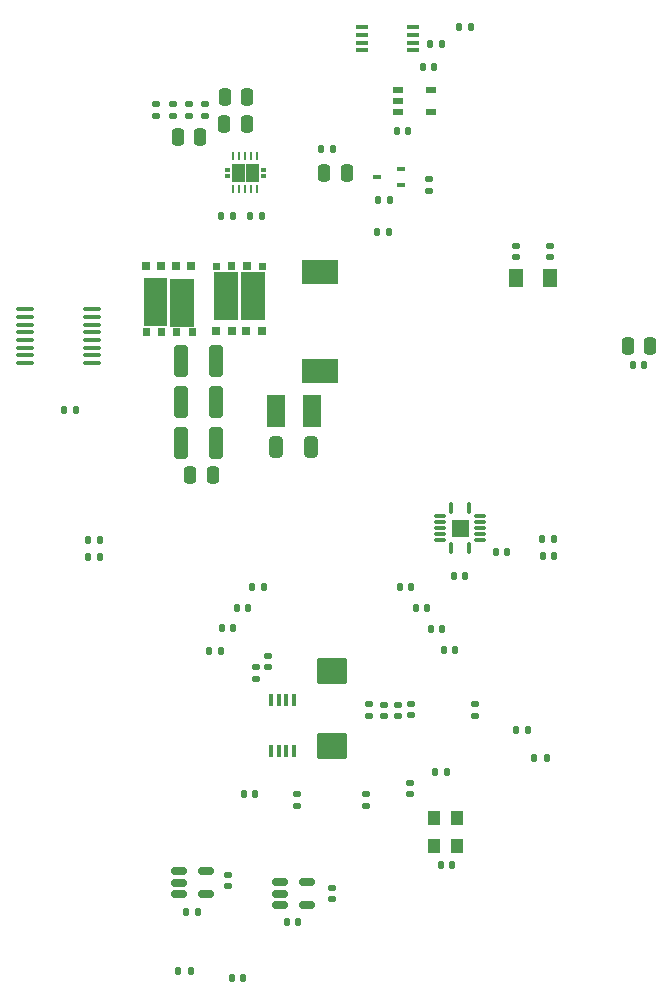
<source format=gbr>
%TF.GenerationSoftware,KiCad,Pcbnew,7.0.10*%
%TF.CreationDate,2024-02-17T13:35:58-05:00*%
%TF.ProjectId,bitaxeSupra,62697461-7865-4537-9570-72612e6b6963,rev?*%
%TF.SameCoordinates,Original*%
%TF.FileFunction,Paste,Top*%
%TF.FilePolarity,Positive*%
%FSLAX46Y46*%
G04 Gerber Fmt 4.6, Leading zero omitted, Abs format (unit mm)*
G04 Created by KiCad (PCBNEW 7.0.10) date 2024-02-17 13:35:58*
%MOMM*%
%LPD*%
G01*
G04 APERTURE LIST*
G04 Aperture macros list*
%AMRoundRect*
0 Rectangle with rounded corners*
0 $1 Rounding radius*
0 $2 $3 $4 $5 $6 $7 $8 $9 X,Y pos of 4 corners*
0 Add a 4 corners polygon primitive as box body*
4,1,4,$2,$3,$4,$5,$6,$7,$8,$9,$2,$3,0*
0 Add four circle primitives for the rounded corners*
1,1,$1+$1,$2,$3*
1,1,$1+$1,$4,$5*
1,1,$1+$1,$6,$7*
1,1,$1+$1,$8,$9*
0 Add four rect primitives between the rounded corners*
20,1,$1+$1,$2,$3,$4,$5,0*
20,1,$1+$1,$4,$5,$6,$7,0*
20,1,$1+$1,$6,$7,$8,$9,0*
20,1,$1+$1,$8,$9,$2,$3,0*%
G04 Aperture macros list end*
%ADD10C,0.010000*%
%ADD11C,0.001000*%
%ADD12RoundRect,0.250000X0.250000X0.475000X-0.250000X0.475000X-0.250000X-0.475000X0.250000X-0.475000X0*%
%ADD13RoundRect,0.100000X-0.637500X-0.100000X0.637500X-0.100000X0.637500X0.100000X-0.637500X0.100000X0*%
%ADD14RoundRect,0.135000X-0.185000X0.135000X-0.185000X-0.135000X0.185000X-0.135000X0.185000X0.135000X0*%
%ADD15RoundRect,0.140000X0.140000X0.170000X-0.140000X0.170000X-0.140000X-0.170000X0.140000X-0.170000X0*%
%ADD16R,0.700000X0.450000*%
%ADD17RoundRect,0.140000X-0.170000X0.140000X-0.170000X-0.140000X0.170000X-0.140000X0.170000X0.140000X0*%
%ADD18RoundRect,0.135000X0.135000X0.185000X-0.135000X0.185000X-0.135000X-0.185000X0.135000X-0.185000X0*%
%ADD19RoundRect,0.250000X-0.250000X-0.475000X0.250000X-0.475000X0.250000X0.475000X-0.250000X0.475000X0*%
%ADD20RoundRect,0.150000X-0.512500X-0.150000X0.512500X-0.150000X0.512500X0.150000X-0.512500X0.150000X0*%
%ADD21R,1.168400X1.600200*%
%ADD22RoundRect,0.140000X0.170000X-0.140000X0.170000X0.140000X-0.170000X0.140000X-0.170000X-0.140000X0*%
%ADD23RoundRect,0.140000X-0.140000X-0.170000X0.140000X-0.170000X0.140000X0.170000X-0.140000X0.170000X0*%
%ADD24R,1.100000X1.300000*%
%ADD25RoundRect,0.250000X-1.025000X0.875000X-1.025000X-0.875000X1.025000X-0.875000X1.025000X0.875000X0*%
%ADD26R,3.100000X2.000000*%
%ADD27RoundRect,0.135000X0.185000X-0.135000X0.185000X0.135000X-0.185000X0.135000X-0.185000X-0.135000X0*%
%ADD28R,0.400000X1.100000*%
%ADD29RoundRect,0.135000X-0.135000X-0.185000X0.135000X-0.185000X0.135000X0.185000X-0.135000X0.185000X0*%
%ADD30R,1.100000X0.400000*%
%ADD31R,0.700000X0.800000*%
%ADD32RoundRect,0.007800X-0.122200X0.442200X-0.122200X-0.442200X0.122200X-0.442200X0.122200X0.442200X0*%
%ADD33RoundRect,0.007800X-0.442200X-0.122200X0.442200X-0.122200X0.442200X0.122200X-0.442200X0.122200X0*%
%ADD34RoundRect,0.050000X-0.070000X0.250000X-0.070000X-0.250000X0.070000X-0.250000X0.070000X0.250000X0*%
%ADD35R,1.600000X2.700000*%
%ADD36RoundRect,0.250000X-0.325000X-1.100000X0.325000X-1.100000X0.325000X1.100000X-0.325000X1.100000X0*%
%ADD37RoundRect,0.250000X0.325000X0.650000X-0.325000X0.650000X-0.325000X-0.650000X0.325000X-0.650000X0*%
%ADD38R,0.952500X0.558800*%
G04 APERTURE END LIST*
%TO.C,Q2*%
D10*
X98591600Y-77590200D02*
X98061600Y-77580200D01*
X98061600Y-77020200D01*
X98591600Y-77020200D01*
X98591600Y-77590200D01*
G36*
X98591600Y-77590200D02*
G01*
X98061600Y-77580200D01*
X98061600Y-77020200D01*
X98591600Y-77020200D01*
X98591600Y-77590200D01*
G37*
X97291600Y-77590200D02*
X96761600Y-77580200D01*
X96761600Y-77020200D01*
X97291600Y-77020200D01*
X97291600Y-77590200D01*
G36*
X97291600Y-77590200D02*
G01*
X96761600Y-77580200D01*
X96761600Y-77020200D01*
X97291600Y-77020200D01*
X97291600Y-77590200D01*
G37*
X99881600Y-77610200D02*
X99351600Y-77600200D01*
X99351600Y-77040200D01*
X99881600Y-77040200D01*
X99881600Y-77610200D01*
G36*
X99881600Y-77610200D02*
G01*
X99351600Y-77600200D01*
X99351600Y-77040200D01*
X99881600Y-77040200D01*
X99881600Y-77610200D01*
G37*
X95991600Y-77610200D02*
X95461600Y-77600200D01*
X95461600Y-77040200D01*
X95991600Y-77040200D01*
X95991600Y-77610200D01*
G36*
X95991600Y-77610200D02*
G01*
X95461600Y-77600200D01*
X95461600Y-77040200D01*
X95991600Y-77040200D01*
X95991600Y-77610200D01*
G37*
X97521600Y-81790200D02*
X95601600Y-81790200D01*
X95601600Y-77810200D01*
X97521600Y-77810200D01*
X97521600Y-81790200D01*
G36*
X97521600Y-81790200D02*
G01*
X95601600Y-81790200D01*
X95601600Y-77810200D01*
X97521600Y-77810200D01*
X97521600Y-81790200D01*
G37*
X99801600Y-81800200D02*
X97881600Y-81800200D01*
X97881600Y-77820200D01*
X99801600Y-77820200D01*
X99801600Y-81800200D01*
G36*
X99801600Y-81800200D02*
G01*
X97881600Y-81800200D01*
X97881600Y-77820200D01*
X99801600Y-77820200D01*
X99801600Y-81800200D01*
G37*
%TO.C,U2*%
X117052000Y-100145000D02*
X115752000Y-100145000D01*
X115752000Y-98845000D01*
X117052000Y-98845000D01*
X117052000Y-100145000D01*
G36*
X117052000Y-100145000D02*
G01*
X115752000Y-100145000D01*
X115752000Y-98845000D01*
X117052000Y-98845000D01*
X117052000Y-100145000D01*
G37*
%TO.C,U9*%
D11*
X99901691Y-69297200D02*
X99531691Y-69297200D01*
X99531691Y-69047200D01*
X99901691Y-69047200D01*
X99901691Y-69297200D01*
G36*
X99901691Y-69297200D02*
G01*
X99531691Y-69297200D01*
X99531691Y-69047200D01*
X99901691Y-69047200D01*
X99901691Y-69297200D01*
G37*
X96871691Y-69297200D02*
X96501691Y-69297200D01*
X96501691Y-69047200D01*
X96871691Y-69047200D01*
X96871691Y-69297200D01*
G36*
X96871691Y-69297200D02*
G01*
X96501691Y-69297200D01*
X96501691Y-69047200D01*
X96871691Y-69047200D01*
X96871691Y-69297200D01*
G37*
X99901691Y-69797200D02*
X99531691Y-69797200D01*
X99531691Y-69547200D01*
X99901691Y-69547200D01*
X99901691Y-69797200D01*
G36*
X99901691Y-69797200D02*
G01*
X99531691Y-69797200D01*
X99531691Y-69547200D01*
X99901691Y-69547200D01*
X99901691Y-69797200D01*
G37*
X96871691Y-69797200D02*
X96501691Y-69797200D01*
X96501691Y-69547200D01*
X96871691Y-69547200D01*
X96871691Y-69797200D01*
G36*
X96871691Y-69797200D02*
G01*
X96501691Y-69797200D01*
X96501691Y-69547200D01*
X96871691Y-69547200D01*
X96871691Y-69797200D01*
G37*
X99311691Y-70132200D02*
X98301691Y-70132200D01*
X98301691Y-68682200D01*
X99311691Y-68682200D01*
X99311691Y-70132200D01*
G36*
X99311691Y-70132200D02*
G01*
X98301691Y-70132200D01*
X98301691Y-68682200D01*
X99311691Y-68682200D01*
X99311691Y-70132200D01*
G37*
X98091691Y-70132200D02*
X97081691Y-70132200D01*
X97081691Y-68682200D01*
X98091691Y-68682200D01*
X98091691Y-70132200D01*
G36*
X98091691Y-70132200D02*
G01*
X97081691Y-70132200D01*
X97081691Y-68682200D01*
X98091691Y-68682200D01*
X98091691Y-70132200D01*
G37*
%TO.C,Q1*%
D10*
X91339887Y-82596364D02*
X91339887Y-83156364D01*
X90809887Y-83156364D01*
X90809887Y-82586364D01*
X91339887Y-82596364D01*
G36*
X91339887Y-82596364D02*
G01*
X91339887Y-83156364D01*
X90809887Y-83156364D01*
X90809887Y-82586364D01*
X91339887Y-82596364D01*
G37*
X92639887Y-82596364D02*
X92639887Y-83156364D01*
X92109887Y-83156364D01*
X92109887Y-82586364D01*
X92639887Y-82596364D01*
G36*
X92639887Y-82596364D02*
G01*
X92639887Y-83156364D01*
X92109887Y-83156364D01*
X92109887Y-82586364D01*
X92639887Y-82596364D01*
G37*
X90049887Y-82576364D02*
X90049887Y-83136364D01*
X89519887Y-83136364D01*
X89519887Y-82566364D01*
X90049887Y-82576364D01*
G36*
X90049887Y-82576364D02*
G01*
X90049887Y-83136364D01*
X89519887Y-83136364D01*
X89519887Y-82566364D01*
X90049887Y-82576364D01*
G37*
X93939887Y-82576364D02*
X93939887Y-83136364D01*
X93409887Y-83136364D01*
X93409887Y-82566364D01*
X93939887Y-82576364D01*
G36*
X93939887Y-82576364D02*
G01*
X93939887Y-83136364D01*
X93409887Y-83136364D01*
X93409887Y-82566364D01*
X93939887Y-82576364D01*
G37*
X93799887Y-82366364D02*
X91879887Y-82366364D01*
X91879887Y-78386364D01*
X93799887Y-78386364D01*
X93799887Y-82366364D01*
G36*
X93799887Y-82366364D02*
G01*
X91879887Y-82366364D01*
X91879887Y-78386364D01*
X93799887Y-78386364D01*
X93799887Y-82366364D01*
G37*
X91519887Y-82356364D02*
X89599887Y-82356364D01*
X89599887Y-78376364D01*
X91519887Y-78376364D01*
X91519887Y-82356364D01*
G36*
X91519887Y-82356364D02*
G01*
X89599887Y-82356364D01*
X89599887Y-78376364D01*
X91519887Y-78376364D01*
X91519887Y-82356364D01*
G37*
%TD*%
D12*
%TO.C,C43*%
X106814000Y-69487000D03*
X104914000Y-69487000D03*
%TD*%
D13*
%TO.C,U8*%
X79540000Y-80990000D03*
X79540000Y-81640000D03*
X79540000Y-82290000D03*
X79540000Y-82940000D03*
X79540000Y-83590000D03*
X79540000Y-84240000D03*
X79540000Y-84890000D03*
X79540000Y-85540000D03*
X85265000Y-85540000D03*
X85265000Y-84890000D03*
X85265000Y-84240000D03*
X85265000Y-83590000D03*
X85265000Y-82940000D03*
X85265000Y-82290000D03*
X85265000Y-81640000D03*
X85265000Y-80990000D03*
%TD*%
D14*
%TO.C,R13*%
X90649600Y-63569000D03*
X90649600Y-64589000D03*
%TD*%
D15*
%TO.C,C12*%
X99760000Y-104470000D03*
X98800000Y-104470000D03*
%TD*%
D16*
%TO.C,Q4*%
X111370000Y-70430000D03*
X111370000Y-69130000D03*
X109370000Y-69780000D03*
%TD*%
D15*
%TO.C,C14*%
X99072000Y-122018000D03*
X98112000Y-122018000D03*
%TD*%
D12*
%TO.C,C41*%
X98355400Y-63005800D03*
X96455400Y-63005800D03*
%TD*%
D17*
%TO.C,C11*%
X111130400Y-114456400D03*
X111130400Y-115416400D03*
%TD*%
D14*
%TO.C,R8*%
X113770000Y-69930000D03*
X113770000Y-70950000D03*
%TD*%
D15*
%TO.C,C17*%
X97190000Y-108010000D03*
X96230000Y-108010000D03*
%TD*%
D17*
%TO.C,C10*%
X108692000Y-114431000D03*
X108692000Y-115391000D03*
%TD*%
D18*
%TO.C,R5*%
X85930000Y-100530000D03*
X84910000Y-100530000D03*
%TD*%
D19*
%TO.C,C38*%
X93550000Y-95040000D03*
X95450000Y-95040000D03*
%TD*%
D20*
%TO.C,U6*%
X101162500Y-129520000D03*
X101162500Y-130470000D03*
X101162500Y-131420000D03*
X103437500Y-131420000D03*
X103437500Y-129520000D03*
%TD*%
D19*
%TO.C,C45*%
X92522000Y-66420000D03*
X94422000Y-66420000D03*
%TD*%
D21*
%TO.C,Y1*%
X124017400Y-78349000D03*
X121172600Y-78349000D03*
%TD*%
D19*
%TO.C,C51*%
X130580000Y-84090000D03*
X132480000Y-84090000D03*
%TD*%
D22*
%TO.C,C16*%
X102626000Y-123028000D03*
X102626000Y-122068000D03*
%TD*%
%TO.C,C5*%
X112140000Y-122030000D03*
X112140000Y-121070000D03*
%TD*%
D23*
%TO.C,C52*%
X131050000Y-85700000D03*
X132010000Y-85700000D03*
%TD*%
D24*
%TO.C,U1*%
X116120000Y-126400000D03*
X116120000Y-124100000D03*
X114220000Y-124100000D03*
X114220000Y-126400000D03*
%TD*%
D23*
%TO.C,C23*%
X101710000Y-132840000D03*
X102670000Y-132840000D03*
%TD*%
D22*
%TO.C,C30*%
X124043000Y-76576000D03*
X124043000Y-75616000D03*
%TD*%
D15*
%TO.C,C1*%
X115710000Y-128040000D03*
X114750000Y-128040000D03*
%TD*%
D14*
%TO.C,R10*%
X94828800Y-63573600D03*
X94828800Y-64593600D03*
%TD*%
D18*
%TO.C,R17*%
X123720000Y-118980000D03*
X122700000Y-118980000D03*
%TD*%
D25*
%TO.C,C13*%
X105580000Y-111590000D03*
X105580000Y-117990000D03*
%TD*%
D26*
%TO.C,L1*%
X104570000Y-77870000D03*
X104570000Y-86190000D03*
%TD*%
D27*
%TO.C,R9*%
X99098400Y-112302200D03*
X99098400Y-111282200D03*
%TD*%
D15*
%TO.C,C21*%
X124350000Y-101890000D03*
X123390000Y-101890000D03*
%TD*%
D27*
%TO.C,R15*%
X93465000Y-64589000D03*
X93465000Y-63569000D03*
%TD*%
D28*
%TO.C,U7*%
X102351800Y-114107200D03*
X101701800Y-114107200D03*
X101051800Y-114107200D03*
X100401800Y-114107200D03*
X100401800Y-118407200D03*
X101051800Y-118407200D03*
X101701800Y-118407200D03*
X102351800Y-118407200D03*
%TD*%
D29*
%TO.C,R16*%
X116330000Y-57110000D03*
X117350000Y-57110000D03*
%TD*%
D20*
%TO.C,U5*%
X92595500Y-128588000D03*
X92595500Y-129538000D03*
X92595500Y-130488000D03*
X94870500Y-130488000D03*
X94870500Y-128588000D03*
%TD*%
D17*
%TO.C,C9*%
X109962000Y-114460000D03*
X109962000Y-115420000D03*
%TD*%
D15*
%TO.C,C49*%
X114200000Y-60500000D03*
X113240000Y-60500000D03*
%TD*%
D12*
%TO.C,C40*%
X98333000Y-65268000D03*
X96433000Y-65268000D03*
%TD*%
D30*
%TO.C,U10*%
X112380000Y-59065000D03*
X112380000Y-58415000D03*
X112380000Y-57765000D03*
X112380000Y-57115000D03*
X108080000Y-57115000D03*
X108080000Y-57765000D03*
X108080000Y-58415000D03*
X108080000Y-59065000D03*
%TD*%
D27*
%TO.C,R6*%
X117660000Y-115430000D03*
X117660000Y-114410000D03*
%TD*%
D23*
%TO.C,C39*%
X104650000Y-67450000D03*
X105610000Y-67450000D03*
%TD*%
D18*
%TO.C,R18*%
X115270000Y-120160000D03*
X114250000Y-120160000D03*
%TD*%
D22*
%TO.C,C31*%
X121159000Y-76585000D03*
X121159000Y-75625000D03*
%TD*%
D23*
%TO.C,C35*%
X82890000Y-89480000D03*
X83850000Y-89480000D03*
%TD*%
D22*
%TO.C,C33*%
X100139800Y-111281600D03*
X100139800Y-110321600D03*
%TD*%
D14*
%TO.C,R14*%
X92057300Y-63569000D03*
X92057300Y-64589000D03*
%TD*%
D23*
%TO.C,C20*%
X119425000Y-101505000D03*
X120385000Y-101505000D03*
%TD*%
D15*
%TO.C,C18*%
X96119000Y-109911000D03*
X95159000Y-109911000D03*
%TD*%
%TO.C,C2*%
X116000000Y-109854000D03*
X115040000Y-109854000D03*
%TD*%
D31*
%TO.C,Q2*%
X95751600Y-82862700D03*
X97049900Y-82862700D03*
X98313300Y-82862700D03*
X99611600Y-82862700D03*
%TD*%
D32*
%TO.C,U2*%
X115652000Y-97810000D03*
D33*
X114717000Y-98495000D03*
X114717000Y-98995000D03*
X114717000Y-99495000D03*
X114717000Y-99995000D03*
X114717000Y-100495000D03*
D32*
X115652000Y-101180000D03*
X117152000Y-101180000D03*
D33*
X118087000Y-100495000D03*
X118087000Y-99995000D03*
X118087000Y-99495000D03*
X118087000Y-98995000D03*
X118087000Y-98495000D03*
D32*
X117152000Y-97810000D03*
%TD*%
D29*
%TO.C,R2*%
X92560000Y-136980000D03*
X93580000Y-136980000D03*
%TD*%
D15*
%TO.C,C6*%
X113600000Y-106260000D03*
X112640000Y-106260000D03*
%TD*%
D23*
%TO.C,C44*%
X113880000Y-58540000D03*
X114840000Y-58540000D03*
%TD*%
D34*
%TO.C,U9*%
X99201691Y-68022200D03*
X98701691Y-68022200D03*
X98201691Y-68022200D03*
X97701691Y-68022200D03*
X97201691Y-68022200D03*
X97201691Y-70822200D03*
X97701691Y-70822200D03*
X98201691Y-70822200D03*
X98701691Y-70822200D03*
X99201691Y-70822200D03*
%TD*%
D23*
%TO.C,C22*%
X93233000Y-132048000D03*
X94193000Y-132048000D03*
%TD*%
D22*
%TO.C,C4*%
X108465000Y-123028000D03*
X108465000Y-122068000D03*
%TD*%
D17*
%TO.C,C7*%
X112248000Y-114405600D03*
X112248000Y-115365600D03*
%TD*%
D18*
%TO.C,R11*%
X122120000Y-116640000D03*
X121100000Y-116640000D03*
%TD*%
D35*
%TO.C,C46*%
X103851600Y-89640200D03*
X100851600Y-89640200D03*
%TD*%
D31*
%TO.C,Q1*%
X93649887Y-77313864D03*
X92351587Y-77313864D03*
X91088187Y-77313864D03*
X89789887Y-77313864D03*
%TD*%
D15*
%TO.C,C8*%
X112270000Y-104470000D03*
X111310000Y-104470000D03*
%TD*%
D23*
%TO.C,C42*%
X96189800Y-73128000D03*
X97149800Y-73128000D03*
%TD*%
D36*
%TO.C,C34*%
X92806600Y-85410000D03*
X95756600Y-85410000D03*
%TD*%
D29*
%TO.C,R12*%
X98650200Y-73123400D03*
X99670200Y-73123400D03*
%TD*%
D18*
%TO.C,R4*%
X110465000Y-71760000D03*
X109445000Y-71760000D03*
%TD*%
D29*
%TO.C,R7*%
X109340000Y-74410000D03*
X110360000Y-74410000D03*
%TD*%
D15*
%TO.C,C3*%
X114900000Y-108020000D03*
X113940000Y-108020000D03*
%TD*%
D29*
%TO.C,R1*%
X123350000Y-100460000D03*
X124370000Y-100460000D03*
%TD*%
D15*
%TO.C,C29*%
X98040000Y-137640000D03*
X97080000Y-137640000D03*
%TD*%
%TO.C,C19*%
X116816000Y-103595000D03*
X115856000Y-103595000D03*
%TD*%
D18*
%TO.C,R3*%
X85920000Y-102000000D03*
X84900000Y-102000000D03*
%TD*%
D23*
%TO.C,C27*%
X111051000Y-65931000D03*
X112011000Y-65931000D03*
%TD*%
D37*
%TO.C,C47*%
X103786600Y-92610200D03*
X100836600Y-92610200D03*
%TD*%
D17*
%TO.C,C24*%
X96743000Y-128868000D03*
X96743000Y-129828000D03*
%TD*%
D36*
%TO.C,C36*%
X92785000Y-88870000D03*
X95735000Y-88870000D03*
%TD*%
D15*
%TO.C,C15*%
X98470000Y-106270000D03*
X97510000Y-106270000D03*
%TD*%
D38*
%TO.C,U11*%
X111185050Y-62440200D03*
X111185050Y-63380000D03*
X111185050Y-64319800D03*
X113940950Y-64319800D03*
X113940950Y-62440200D03*
%TD*%
D36*
%TO.C,C37*%
X92745000Y-92320000D03*
X95695000Y-92320000D03*
%TD*%
D17*
%TO.C,C25*%
X105520000Y-129990000D03*
X105520000Y-130950000D03*
%TD*%
M02*

</source>
